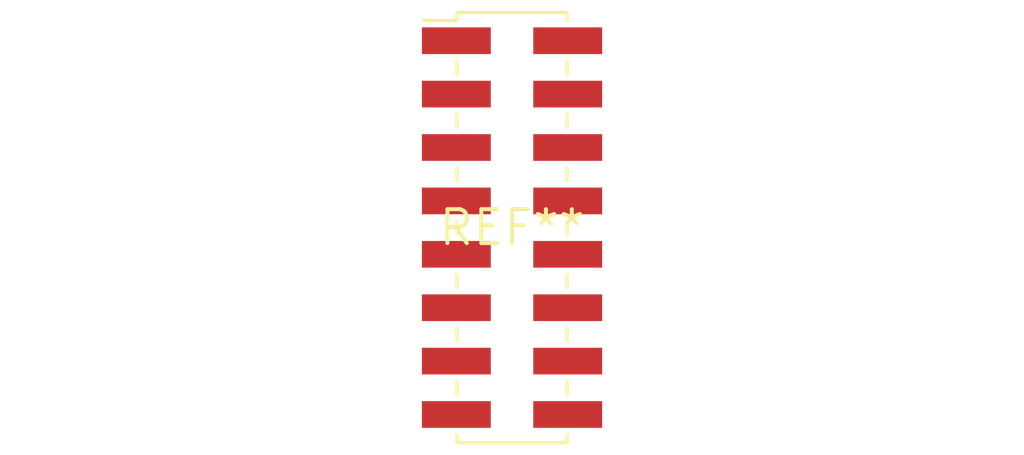
<source format=kicad_pcb>
(kicad_pcb (version 20240108) (generator pcbnew)
  (layers (0 "F.Cu" signal) (31 "B.Cu" signal) (34 "B.Paste" user) (35 "F.Paste" user) (36 "B.SilkS" user "B.Silkscreen") (37 "F.SilkS" user "F.Silkscreen") (38 "B.Mask" user) (39 "F.Mask" user) (44 "Edge.Cuts" user))
  (net 0 "")
  (footprint "PinHeader_2x08_P2.00mm_Vertical_SMD" (layer "F.Cu") (at 0 0)
    (property "Reference" "REF**")
    (property "Value" "PinHeader_2x08_P2.00mm_Vertical_SMD")
    (fp_line (start -3.315 -7.76) (end -2.06 -7.76) (layer "F.SilkS") (stroke (width 0.12)))
    (fp_line (start -2.06 -8.06) (end -2.06 -7.76) (layer "F.SilkS") (stroke (width 0.12)))
    (fp_line (start -2.06 -8.06) (end 2.06 -8.06) (layer "F.SilkS") (stroke (width 0.12)))
    (fp_line (start -2.06 -6.24) (end -2.06 -5.76) (layer "F.SilkS") (stroke (width 0.12)))
    (fp_line (start -2.06 -4.24) (end -2.06 -3.76) (layer "F.SilkS") (stroke (width 0.12)))
    (fp_line (start -2.06 -2.24) (end -2.06 -1.76) (layer "F.SilkS") (stroke (width 0.12)))
    (fp_line (start -2.06 -0.24) (end -2.06 0.24) (layer "F.SilkS") (stroke (width 0.12)))
    (fp_line (start -2.06 1.76) (end -2.06 2.24) (layer "F.SilkS") (stroke (width 0.12)))
    (fp_line (start -2.06 3.76) (end -2.06 4.24) (layer "F.SilkS") (stroke (width 0.12)))
    (fp_line (start -2.06 5.76) (end -2.06 6.24) (layer "F.SilkS") (stroke (width 0.12)))
    (fp_line (start -2.06 7.76) (end -2.06 8.06) (layer "F.SilkS") (stroke (width 0.12)))
    (fp_line (start -2.06 8.06) (end 2.06 8.06) (layer "F.SilkS") (stroke (width 0.12)))
    (fp_line (start 2.06 -8.06) (end 2.06 -7.76) (layer "F.SilkS") (stroke (width 0.12)))
    (fp_line (start 2.06 -6.24) (end 2.06 -5.76) (layer "F.SilkS") (stroke (width 0.12)))
    (fp_line (start 2.06 -4.24) (end 2.06 -3.76) (layer "F.SilkS") (stroke (width 0.12)))
    (fp_line (start 2.06 -2.24) (end 2.06 -1.76) (layer "F.SilkS") (stroke (width 0.12)))
    (fp_line (start 2.06 -0.24) (end 2.06 0.24) (layer "F.SilkS") (stroke (width 0.12)))
    (fp_line (start 2.06 1.76) (end 2.06 2.24) (layer "F.SilkS") (stroke (width 0.12)))
    (fp_line (start 2.06 3.76) (end 2.06 4.24) (layer "F.SilkS") (stroke (width 0.12)))
    (fp_line (start 2.06 5.76) (end 2.06 6.24) (layer "F.SilkS") (stroke (width 0.12)))
    (fp_line (start 2.06 7.76) (end 2.06 8.06) (layer "F.SilkS") (stroke (width 0.12)))
    (pad "1" smd rect (at -2.085 -7) (size 2.58 1) (layers "F.Cu" "F.Paste" "F.Mask"))
    (pad "2" smd rect (at 2.085 -7) (size 2.58 1) (layers "F.Cu" "F.Paste" "F.Mask"))
    (pad "3" smd rect (at -2.085 -5) (size 2.58 1) (layers "F.Cu" "F.Paste" "F.Mask"))
    (pad "4" smd rect (at 2.085 -5) (size 2.58 1) (layers "F.Cu" "F.Paste" "F.Mask"))
    (pad "5" smd rect (at -2.085 -3) (size 2.58 1) (layers "F.Cu" "F.Paste" "F.Mask"))
    (pad "6" smd rect (at 2.085 -3) (size 2.58 1) (layers "F.Cu" "F.Paste" "F.Mask"))
    (pad "7" smd rect (at -2.085 -1) (size 2.58 1) (layers "F.Cu" "F.Paste" "F.Mask"))
    (pad "8" smd rect (at 2.085 -1) (size 2.58 1) (layers "F.Cu" "F.Paste" "F.Mask"))
    (pad "9" smd rect (at -2.085 1) (size 2.58 1) (layers "F.Cu" "F.Paste" "F.Mask"))
    (pad "10" smd rect (at 2.085 1) (size 2.58 1) (layers "F.Cu" "F.Paste" "F.Mask"))
    (pad "11" smd rect (at -2.085 3) (size 2.58 1) (layers "F.Cu" "F.Paste" "F.Mask"))
    (pad "12" smd rect (at 2.085 3) (size 2.58 1) (layers "F.Cu" "F.Paste" "F.Mask"))
    (pad "13" smd rect (at -2.085 5) (size 2.58 1) (layers "F.Cu" "F.Paste" "F.Mask"))
    (pad "14" smd rect (at 2.085 5) (size 2.58 1) (layers "F.Cu" "F.Paste" "F.Mask"))
    (pad "15" smd rect (at -2.085 7) (size 2.58 1) (layers "F.Cu" "F.Paste" "F.Mask"))
    (pad "16" smd rect (at 2.085 7) (size 2.58 1) (layers "F.Cu" "F.Paste" "F.Mask"))
  )
)
</source>
